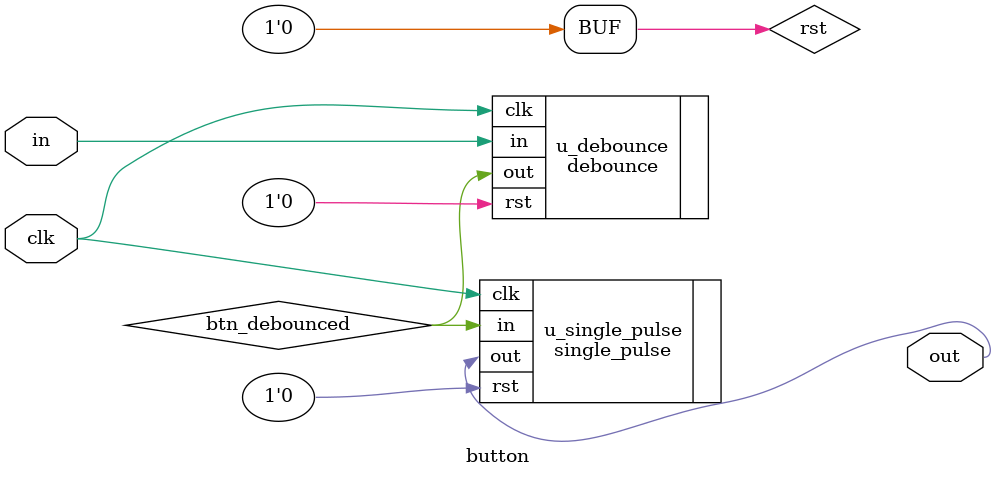
<source format=sv>

/**
 * This module debounces and generates a single pulse on the button press.
 */
module button (
    input  logic clk,
    input  logic in,
    output logic out
);
  logic btn_debounced;
  // We're not using reset, so we're using a constant 0
  wire  rst;
  assign rst = 1'b0;

  debounce u_debounce (
      .clk(clk),
      .rst(rst),
      .in (in),
      .out(btn_debounced)
  );

  single_pulse u_single_pulse (
      .clk(clk),
      .rst(rst),
      .in (btn_debounced),
      .out(out)
  );
endmodule

</source>
